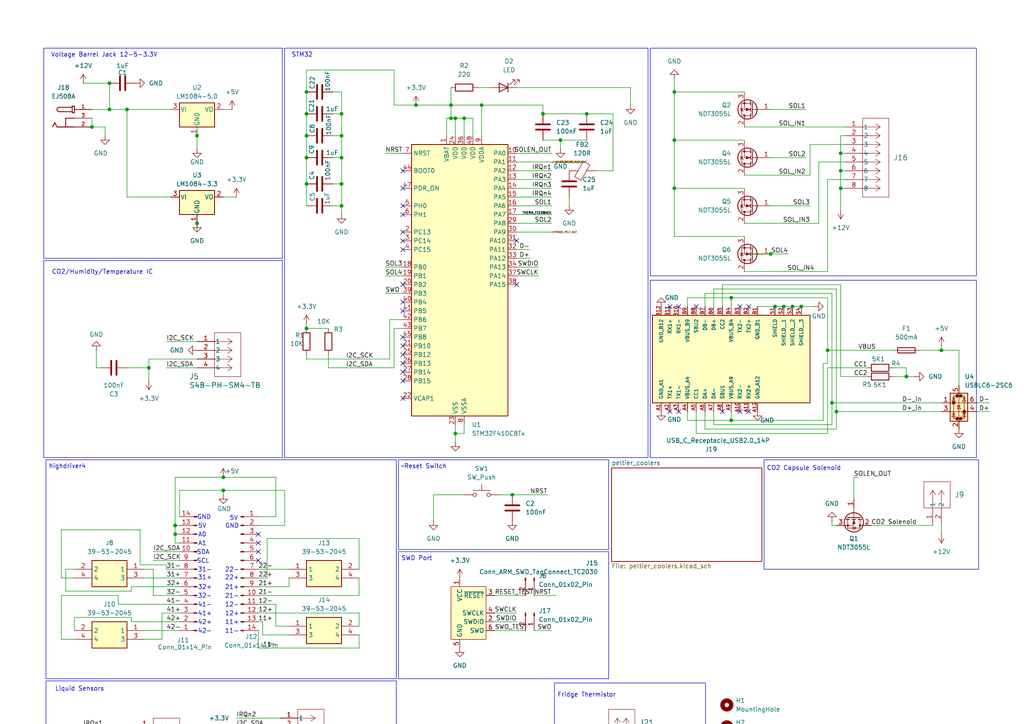
<source format=kicad_sch>
(kicad_sch (version 20231120) (generator "eeschema") (generator_version "8.0")
  (paper "A4")
  (junction (at 130.81 30.48))
  (junction (at 81.28 223.52))
  (junction (at 241.3 116.84))
  (junction (at 57.15 64.77))
  (junction (at 99.06 59.69))
  (junction (at 88.9 95.25))
  (junction (at 99.06 33.02))
  (junction (at 212.09 121.92))
  (junction (at 229.87 88.9))
  (junction (at 50.8 154.94))
  (junction (at 170.18 33.02))
  (junction (at 232.41 88.9))
  (junction (at 88.9 33.02))
  (junction (at 242.57 119.38))
  (junction (at 157.48 33.02))
  (junction (at 134.62 34.29))
  (junction (at 240.03 101.6))
  (junction (at 88.9 45.72))
  (junction (at 243.84 44.45))
  (junction (at 99.06 39.37))
  (junction (at 148.59 143.51))
  (junction (at 57.15 39.37))
  (junction (at 132.08 34.29))
  (junction (at 39.37 226.06))
  (junction (at 88.9 53.34))
  (junction (at 43.18 106.68))
  (junction (at 195.58 54.61))
  (junction (at 224.79 88.9))
  (junction (at 212.09 86.36))
  (junction (at 88.9 26.67))
  (junction (at 195.58 26.67))
  (junction (at 227.33 88.9))
  (junction (at 50.8 152.4))
  (junction (at 88.9 39.37))
  (junction (at 31.75 24.13))
  (junction (at 132.08 125.73))
  (junction (at 181.61 218.44))
  (junction (at 262.89 109.22))
  (junction (at 39.37 260.35))
  (junction (at 162.56 40.64))
  (junction (at 31.75 31.75))
  (junction (at 273.05 101.6))
  (junction (at 82.55 259.08))
  (junction (at 36.83 31.75))
  (junction (at 130.81 34.29))
  (junction (at 243.84 49.53))
  (junction (at 243.84 54.61))
  (junction (at 99.06 45.72))
  (junction (at 64.77 138.43))
  (junction (at 120.65 30.48))
  (junction (at 223.52 73.66))
  (junction (at 139.7 30.48))
  (junction (at 99.06 53.34))
  (junction (at 195.58 40.64))
  (junction (at 64.77 142.24))
  (junction (at 26.67 36.83))
  (no_connect (at 116.84 67.31))
  (no_connect (at 116.84 82.55))
  (no_connect (at 116.84 59.69))
  (no_connect (at 217.17 88.9))
  (no_connect (at 74.93 162.56))
  (no_connect (at 116.84 110.49))
  (no_connect (at 74.93 157.48))
  (no_connect (at 217.17 119.38))
  (no_connect (at 149.86 82.55))
  (no_connect (at 74.93 154.94))
  (no_connect (at 116.84 87.63))
  (no_connect (at 116.84 105.41))
  (no_connect (at 116.84 72.39))
  (no_connect (at 116.84 62.23))
  (no_connect (at 116.84 69.85))
  (no_connect (at 196.85 119.38))
  (no_connect (at 39.37 223.52))
  (no_connect (at 116.84 54.61))
  (no_connect (at 209.55 119.38))
  (no_connect (at 116.84 107.95))
  (no_connect (at 116.84 49.53))
  (no_connect (at 194.31 88.9))
  (no_connect (at 116.84 115.57))
  (no_connect (at 81.28 220.98))
  (no_connect (at 196.85 88.9))
  (no_connect (at 116.84 100.33))
  (no_connect (at 194.31 119.38))
  (no_connect (at 116.84 90.17))
  (no_connect (at 214.63 119.38))
  (no_connect (at 149.86 69.85))
  (no_connect (at 82.55 256.54))
  (no_connect (at 116.84 102.87))
  (no_connect (at 116.84 97.79))
  (no_connect (at 214.63 88.9))
  (no_connect (at 39.37 257.81))
  (no_connect (at 74.93 160.02))
  (no_connect (at 201.93 88.9))
  (wire (pts (xy 80.01 181.61) (xy 83.82 181.61)))
  (wire (pts (xy 130.81 34.29) (xy 132.08 34.29)))
  (wire (pts (xy 134.62 34.29) (xy 137.16 34.29)))
  (wire (pts (xy 204.47 119.38) (xy 204.47 124.46)))
  (wire (pts (xy 238.76 121.92) (xy 238.76 105.41)))
  (wire (pts (xy 157.48 33.02) (xy 170.18 33.02)))
  (wire (pts (xy 36.83 57.15) (xy 49.53 57.15)))
  (wire (pts (xy 21.59 179.07) (xy 21.59 182.88)))
  (wire (pts (xy 160.02 64.77) (xy 149.86 64.77)))
  (wire (pts (xy 217.17 73.66) (xy 223.52 73.66)))
  (wire (pts (xy 270.51 152.4) (xy 252.73 152.4)))
  (wire (pts (xy 50.8 138.43) (xy 64.77 138.43)))
  (wire (pts (xy 212.09 86.36) (xy 212.09 88.9)))
  (wire (pts (xy 243.84 54.61) (xy 243.84 49.53)))
  (wire (pts (xy 156.21 80.01) (xy 149.86 80.01)))
  (wire (pts (xy 26.67 247.65) (xy 39.37 247.65)))
  (wire (pts (xy 242.57 124.46) (xy 242.57 119.38)))
  (wire (pts (xy 241.3 123.19) (xy 241.3 116.84)))
  (wire (pts (xy 160.02 52.07) (xy 149.86 52.07)))
  (wire (pts (xy 149.86 49.53) (xy 160.02 49.53)))
  (wire (pts (xy 69.85 215.9) (xy 69.85 222.25)))
  (wire (pts (xy 34.29 175.26) (xy 34.29 172.72)))
  (wire (pts (xy 34.29 175.26) (xy 52.07 175.26)))
  (wire (pts (xy 99.06 39.37) (xy 99.06 33.02)))
  (wire (pts (xy 262.89 106.68) (xy 259.08 106.68)))
  (wire (pts (xy 132.08 128.27) (xy 132.08 125.73)))
  (wire (pts (xy 76.2 184.15) (xy 83.82 184.15)))
  (wire (pts (xy 26.67 36.83) (xy 30.48 36.83)))
  (wire (pts (xy 39.37 255.27) (xy 30.48 255.27)))
  (wire (pts (xy 120.65 30.48) (xy 130.81 30.48)))
  (wire (pts (xy 283.21 119.38) (xy 287.02 119.38)))
  (wire (pts (xy 96.52 45.72) (xy 99.06 45.72)))
  (wire (pts (xy 243.84 49.53) (xy 243.84 44.45)))
  (wire (pts (xy 38.1 180.34) (xy 52.07 180.34)))
  (wire (pts (xy 137.16 34.29) (xy 137.16 39.37)))
  (wire (pts (xy 259.08 109.22) (xy 262.89 109.22)))
  (wire (pts (xy 43.18 106.68) (xy 43.18 104.14)))
  (wire (pts (xy 17.78 172.72) (xy 17.78 185.42)))
  (wire (pts (xy 44.45 160.02) (xy 52.07 160.02)))
  (wire (pts (xy 38.1 180.34) (xy 38.1 179.07)))
  (wire (pts (xy 182.88 25.4) (xy 149.86 25.4)))
  (wire (pts (xy 31.75 24.13) (xy 31.75 31.75)))
  (wire (pts (xy 170.18 33.02) (xy 177.8 33.02)))
  (wire (pts (xy 195.58 54.61) (xy 215.9 54.61)))
  (wire (pts (xy 74.93 149.86) (xy 80.01 149.86)))
  (wire (pts (xy 111.76 85.09) (xy 116.84 85.09)))
  (wire (pts (xy 204.47 124.46) (xy 242.57 124.46)))
  (wire (pts (xy 52.07 170.18) (xy 38.1 170.18)))
  (wire (pts (xy 243.84 109.22) (xy 251.46 109.22)))
  (wire (pts (xy 88.9 104.14) (xy 88.9 102.87)))
  (wire (pts (xy 82.55 152.4) (xy 82.55 142.24)))
  (wire (pts (xy 242.57 119.38) (xy 273.05 119.38)))
  (wire (pts (xy 50.8 138.43) (xy 50.8 152.4)))
  (wire (pts (xy 36.83 31.75) (xy 49.53 31.75)))
  (wire (pts (xy 165.1 59.69) (xy 165.1 57.15)))
  (wire (pts (xy 17.78 185.42) (xy 21.59 185.42)))
  (wire (pts (xy 278.13 101.6) (xy 278.13 111.76)))
  (wire (pts (xy 139.7 30.48) (xy 157.48 30.48)))
  (wire (pts (xy 229.87 88.9) (xy 227.33 88.9)))
  (wire (pts (xy 27.94 220.98) (xy 39.37 220.98)))
  (wire (pts (xy 207.01 88.9) (xy 207.01 83.82)))
  (wire (pts (xy 24.13 210.82) (xy 39.37 210.82)))
  (wire (pts (xy 43.18 106.68) (xy 36.83 106.68)))
  (wire (pts (xy 26.67 34.29) (xy 26.67 36.83)))
  (wire (pts (xy 199.39 86.36) (xy 212.09 86.36)))
  (wire (pts (xy 130.81 30.48) (xy 139.7 30.48)))
  (wire (pts (xy 195.58 40.64) (xy 215.9 40.64)))
  (wire (pts (xy 104.14 156.21) (xy 104.14 165.1)))
  (wire (pts (xy 243.84 82.55) (xy 243.84 109.22)))
  (wire (pts (xy 67.31 31.75) (xy 64.77 31.75)))
  (wire (pts (xy 99.06 59.69) (xy 99.06 62.23)))
  (wire (pts (xy 240.03 105.41) (xy 240.03 101.6)))
  (wire (pts (xy 69.85 215.9) (xy 81.28 215.9)))
  (wire (pts (xy 80.01 175.26) (xy 80.01 181.61)))
  (wire (pts (xy 99.06 53.34) (xy 96.52 53.34)))
  (wire (pts (xy 40.64 153.67) (xy 17.78 153.67)))
  (wire (pts (xy 82.55 254) (xy 73.66 254)))
  (wire (pts (xy 149.86 180.34) (xy 143.51 180.34)))
  (wire (pts (xy 111.76 80.01) (xy 116.84 80.01)))
  (wire (pts (xy 69.85 246.38) (xy 82.55 246.38)))
  (wire (pts (xy 99.06 45.72) (xy 99.06 39.37)))
  (wire (pts (xy 160.02 62.23) (xy 149.86 62.23)))
  (wire (pts (xy 149.86 67.31) (xy 160.02 67.31)))
  (wire (pts (xy 99.06 26.67) (xy 96.52 26.67)))
  (wire (pts (xy 68.58 208.28) (xy 81.28 208.28)))
  (wire (pts (xy 25.4 218.44) (xy 39.37 218.44)))
  (wire (pts (xy 71.12 251.46) (xy 82.55 251.46)))
  (wire (pts (xy 64.77 143.51) (xy 64.77 142.24)))
  (wire (pts (xy 44.45 172.72) (xy 44.45 165.1)))
  (wire (pts (xy 83.82 170.18) (xy 83.82 167.64)))
  (wire (pts (xy 241.3 151.13) (xy 241.3 152.4)))
  (wire (pts (xy 88.9 45.72) (xy 88.9 53.34)))
  (wire (pts (xy 39.37 226.06) (xy 39.37 228.6)))
  (wire (pts (xy 25.4 218.44) (xy 25.4 224.79)))
  (wire (pts (xy 232.41 88.9) (xy 229.87 88.9)))
  (wire (pts (xy 240.03 101.6) (xy 259.08 101.6)))
  (wire (pts (xy 247.65 138.43) (xy 247.65 144.78)))
  (wire (pts (xy 26.67 245.11) (xy 39.37 245.11)))
  (wire (pts (xy 201.93 125.73) (xy 240.03 125.73)))
  (wire (pts (xy 132.08 125.73) (xy 134.62 125.73)))
  (wire (pts (xy 237.49 46.99) (xy 245.11 46.99)))
  (wire (pts (xy 68.58 210.82) (xy 81.28 210.82)))
  (wire (pts (xy 160.02 44.45) (xy 149.86 44.45)))
  (wire (pts (xy 201.93 119.38) (xy 201.93 125.73)))
  (wire (pts (xy 149.86 177.8) (xy 143.51 177.8)))
  (wire (pts (xy 88.9 95.25) (xy 95.25 95.25)))
  (wire (pts (xy 50.8 152.4) (xy 50.8 154.94)))
  (wire (pts (xy 81.28 218.44) (xy 72.39 218.44)))
  (wire (pts (xy 207.01 119.38) (xy 207.01 123.19)))
  (wire (pts (xy 248.92 138.43) (xy 247.65 138.43)))
  (wire (pts (xy 212.09 119.38) (xy 212.09 121.92)))
  (wire (pts (xy 41.91 165.1) (xy 44.45 165.1)))
  (wire (pts (xy 24.13 24.13) (xy 31.75 24.13)))
  (wire (pts (xy 19.05 165.1) (xy 19.05 171.45)))
  (wire (pts (xy 209.55 88.9) (xy 209.55 82.55)))
  (wire (pts (xy 212.09 86.36) (xy 240.03 86.36)))
  (wire (pts (xy 240.03 86.36) (xy 240.03 101.6)))
  (wire (pts (xy 204.47 85.09) (xy 241.3 85.09)))
  (wire (pts (xy 199.39 88.9) (xy 199.39 86.36)))
  (wire (pts (xy 34.29 172.72) (xy 17.78 172.72)))
  (wire (pts (xy 99.06 59.69) (xy 99.06 53.34)))
  (wire (pts (xy 74.93 187.96) (xy 74.93 182.88)))
  (wire (pts (xy 160.02 182.88) (xy 154.94 182.88)))
  (wire (pts (xy 88.9 59.69) (xy 88.9 53.34)))
  (wire (pts (xy 113.03 92.71) (xy 116.84 92.71)))
  (wire (pts (xy 233.68 45.72) (xy 223.52 45.72)))
  (wire (pts (xy 153.67 74.93) (xy 149.86 74.93)))
  (wire (pts (xy 148.59 143.51) (xy 144.78 143.51)))
  (wire (pts (xy 31.75 31.75) (xy 36.83 31.75)))
  (wire (pts (xy 132.08 123.19) (xy 132.08 125.73)))
  (wire (pts (xy 204.47 88.9) (xy 204.47 85.09)))
  (wire (pts (xy 139.7 30.48) (xy 139.7 39.37)))
  (wire (pts (xy 162.56 43.18) (xy 162.56 40.64)))
  (wire (pts (xy 234.95 41.91) (xy 245.11 41.91)))
  (wire (pts (xy 27.94 101.6) (xy 27.94 106.68)))
  (wire (pts (xy 181.61 218.44) (xy 181.61 224.79)))
  (wire (pts (xy 64.77 138.43) (xy 80.01 138.43)))
  (wire (pts (xy 240.03 106.68) (xy 251.46 106.68)))
  (wire (pts (xy 52.07 165.1) (xy 48.26 165.1)))
  (wire (pts (xy 27.94 252.73) (xy 27.94 259.08)))
  (wire (pts (xy 38.1 171.45) (xy 19.05 171.45)))
  (wire (pts (xy 243.84 60.96) (xy 243.84 54.61)))
  (wire (pts (xy 195.58 26.67) (xy 195.58 40.64)))
  (wire (pts (xy 52.07 142.24) (xy 64.77 142.24)))
  (wire (pts (xy 143.51 182.88) (xy 152.4 182.88)))
  (wire (pts (xy 223.52 73.66) (xy 228.6 73.66)))
  (wire (pts (xy 64.77 248.92) (xy 82.55 248.92)))
  (wire (pts (xy 234.95 50.8) (xy 234.95 41.91)))
  (wire (pts (xy 74.93 175.26) (xy 80.01 175.26)))
  (wire (pts (xy 57.15 39.37) (xy 57.15 43.18)))
  (wire (pts (xy 52.07 154.94) (xy 50.8 154.94)))
  (wire (pts (xy 104.14 177.8) (xy 104.14 181.61)))
  (wire (pts (xy 134.62 34.29) (xy 134.62 39.37)))
  (wire (pts (xy 88.9 33.02) (xy 88.9 39.37)))
  (wire (pts (xy 153.67 72.39) (xy 149.86 72.39)))
  (wire (pts (xy 71.12 251.46) (xy 71.12 257.81)))
  (wire (pts (xy 27.94 106.68) (xy 29.21 106.68)))
  (wire (pts (xy 143.51 172.72) (xy 152.4 172.72)))
  (wire (pts (xy 104.14 167.64) (xy 104.14 172.72)))
  (wire (pts (xy 88.9 20.32) (xy 114.3 20.32)))
  (wire (pts (xy 77.47 167.64) (xy 77.47 156.21)))
  (wire (pts (xy 243.84 44.45) (xy 243.84 39.37)))
  (wire (pts (xy 132.08 34.29) (xy 134.62 34.29)))
  (wire (pts (xy 287.02 116.84) (xy 283.21 116.84)))
  (wire (pts (xy 99.06 33.02) (xy 99.06 26.67)))
  (wire (pts (xy 74.93 167.64) (xy 77.47 167.64)))
  (wire (pts (xy 199.39 119.38) (xy 199.39 121.92)))
  (wire (pts (xy 241.3 116.84) (xy 273.05 116.84)))
  (wire (pts (xy 227.33 88.9) (xy 224.79 88.9)))
  (wire (pts (xy 265.43 109.22) (xy 262.89 109.22)))
  (wire (pts (xy 158.75 143.51) (xy 148.59 143.51)))
  (wire (pts (xy 50.8 154.94) (xy 50.8 157.48)))
  (wire (pts (xy 19.05 165.1) (xy 21.59 165.1)))
  (wire (pts (xy 240.03 52.07) (xy 245.11 52.07)))
  (wire (pts (xy 52.07 177.8) (xy 46.99 177.8)))
  (wire (pts (xy 46.99 177.8) (xy 46.99 185.42)))
  (wire (pts (xy 74.93 152.4) (xy 82.55 152.4)))
  (wire (pts (xy 99.06 33.02) (xy 96.52 33.02)))
  (wire (pts (xy 236.22 88.9) (xy 232.41 88.9)))
  (wire (pts (xy 76.2 180.34) (xy 74.93 180.34)))
  (wire (pts (xy 114.3 20.32) (xy 114.3 30.48)))
  (wire (pts (xy 157.48 30.48) (xy 157.48 33.02)))
  (wire (pts (xy 209.55 82.55) (xy 243.84 82.55)))
  (wire (pts (xy 207.01 83.82) (xy 242.57 83.82)))
  (wire (pts (xy 240.03 78.74) (xy 240.03 52.07)))
  (wire (pts (xy 64.77 142.24) (xy 82.55 142.24)))
  (wire (pts (xy 237.49 64.77) (xy 237.49 46.99)))
  (wire (pts (xy 95.25 106.68) (xy 114.3 106.68)))
  (wire (pts (xy 76.2 184.15) (xy 76.2 180.34)))
  (wire (pts (xy 160.02 46.99) (xy 149.86 46.99)))
  (wire (pts (xy 52.07 149.86) (xy 52.07 142.24)))
  (wire (pts (xy 17.78 153.67) (xy 17.78 167.64)))
  (wire (pts (xy 77.47 156.21) (xy 104.14 156.21)))
  (wire (pts (xy 74.93 172.72) (xy 104.14 172.72)))
  (wire (pts (xy 40.64 163.83) (xy 40.64 153.67)))
  (wire (pts (xy 36.83 226.06) (xy 39.37 226.06)))
  (wire (pts (xy 134.62 123.19) (xy 134.62 125.73)))
  (wire (pts (xy 195.58 22.86) (xy 195.58 26.67)))
  (wire (pts (xy 223.52 59.69) (xy 234.95 59.69)))
  (wire (pts (xy 80.01 138.43) (xy 80.01 149.86)))
  (wire (pts (xy 132.08 34.29) (xy 132.08 39.37)))
  (wire (pts (xy 41.91 182.88) (xy 52.07 182.88)))
  (wire (pts (xy 104.14 184.15) (xy 104.14 187.96)))
  (wire (pts (xy 24.13 213.36) (xy 39.37 213.36)))
  (wire (pts (xy 27.94 252.73) (xy 39.37 252.73)))
  (wire (pts (xy 88.9 39.37) (xy 88.9 45.72)))
  (wire (pts (xy 26.67 31.75) (xy 31.75 31.75)))
  (wire (pts (xy 82.55 259.08) (xy 82.55 261.62)))
  (wire (pts (xy 138.43 25.4) (xy 142.24 25.4)))
  (wire (pts (xy 187.96 218.44) (xy 181.61 218.44)))
  (wire (pts (xy 111.76 77.47) (xy 116.84 77.47)))
  (wire (pts (xy 41.91 167.64) (xy 52.07 167.64)))
  (wire (pts (xy 160.02 57.15) (xy 149.86 57.15)))
  (wire (pts (xy 177.8 33.02) (xy 177.8 49.53)))
  (wire (pts (xy 88.9 104.14) (xy 113.03 104.14)))
  (wire (pts (xy 262.89 109.22) (xy 262.89 106.68)))
  (wire (pts (xy 64.77 57.15) (xy 68.58 57.15)))
  (wire (pts (xy 129.54 34.29) (xy 130.81 34.29)))
  (wire (pts (xy 38.1 170.18) (xy 38.1 171.45)))
  (wire (pts (xy 88.9 26.67) (xy 88.9 20.32)))
  (wire (pts (xy 113.03 104.14) (xy 113.03 92.71)))
  (wire (pts (xy 177.8 49.53) (xy 172.72 49.53)))
  (wire (pts (xy 48.26 163.83) (xy 40.64 163.83)))
  (wire (pts (xy 215.9 64.77) (xy 237.49 64.77)))
  (wire (pts (xy 36.83 31.75) (xy 36.83 57.15)))
  (wire (pts (xy 130.81 30.48) (xy 130.81 34.29)))
  (wire (pts (xy 52.07 152.4) (xy 50.8 152.4)))
  (wire (pts (xy 21.59 179.07) (xy 38.1 179.07)))
  (wire (pts (xy 74.93 170.18) (xy 83.82 170.18)))
  (wire (pts (xy 241.3 85.09) (xy 241.3 116.84)))
  (wire (pts (xy 130.81 25.4) (xy 130.81 30.48)))
  (wire (pts (xy 182.88 30.48) (xy 182.88 25.4)))
  (wire (pts (xy 81.28 223.52) (xy 81.28 226.06)))
  (wire (pts (xy 212.09 121.92) (xy 238.76 121.92)))
  (wire (pts (xy 88.9 93.98) (xy 88.9 95.25)))
  (wire (pts (xy 48.26 99.06) (xy 57.15 99.06)))
  (wire (pts (xy 224.79 88.9) (xy 219.71 88.9)))
  (wire (pts (xy 156.21 77.47) (xy 149.86 77.47)))
  (wire (pts (xy 241.3 152.4) (xy 242.57 152.4)))
  (wire (pts (xy 278.13 101.6) (xy 273.05 101.6)))
  (wire (pts (xy 195.58 54.61) (xy 195.58 68.58)))
  (wire (pts (xy 160.02 59.69) (xy 149.86 59.69)))
  (wire (pts (xy 114.3 106.68) (xy 114.3 95.25)))
  (wire (pts (xy 74.93 177.8) (xy 104.14 177.8)))
  (wire (pts (xy 207.01 123.19) (xy 241.3 123.19)))
  (wire (pts (xy 125.73 151.13) (xy 125.73 143.51)))
  (wire (pts (xy 43.18 110.49) (xy 43.18 106.68)))
  (wire (pts (xy 157.48 40.64) (xy 162.56 40.64)))
  (wire (pts (xy 48.26 165.1) (xy 48.26 163.83)))
  (wire (pts (xy 199.39 121.92) (xy 212.09 121.92)))
  (wire (pts (xy 243.84 54.61) (xy 245.11 54.61)))
  (wire (pts (xy 242.57 83.82) (xy 242.57 119.38)))
  (wire (pts (xy 99.06 45.72) (xy 99.06 53.34)))
  (wire (pts (xy 96.52 39.37) (xy 99.06 39.37)))
  (wire (pts (xy 240.03 125.73) (xy 240.03 106.68)))
  (wire (pts (xy 114.3 95.25) (xy 116.84 95.25)))
  (wire (pts (xy 57.15 104.14) (xy 43.18 104.14)))
  (wire (pts (xy 74.93 165.1) (xy 83.82 165.1)))
  (wire (pts (xy 243.84 39.37) (xy 245.11 39.37)))
  (wire (pts (xy 160.02 54.61) (xy 149.86 54.61)))
  (wire (pts (xy 114.3 30.48) (xy 120.65 30.48)))
  (wire (pts (xy 111.76 44.45) (xy 116.84 44.45)))
  (wire (pts (xy 243.84 49.53) (xy 245.11 49.53)))
  (wire (pts (xy 88.9 26.67) (xy 88.9 33.02)))
  (wire (pts (xy 96.52 59.69) (xy 99.06 59.69)))
  (wire (pts (xy 30.48 36.83) (xy 30.48 39.37)))
  (wire (pts (xy 39.37 260.35) (xy 39.37 262.89)))
  (wire (pts (xy 48.26 106.68) (xy 57.15 106.68)))
  (wire (pts (xy 243.84 44.45) (xy 245.11 44.45)))
  (wire (pts (xy 195.58 68.58) (xy 215.9 68.58)))
  (wire (pts (xy 215.9 50.8) (xy 234.95 50.8)))
  (wire (pts (xy 46.99 185.42) (xy 41.91 185.42)))
  (wire (pts (xy 168.91 218.44) (xy 179.07 218.44)))
  (wire (pts (xy 21.59 250.19) (xy 39.37 250.19)))
  (wire (pts (xy 129.54 34.29) (xy 129.54 39.37)))
  (wire (pts (xy 57.15 67.31) (xy 57.15 64.77)))
  (wire (pts (xy 154.94 172.72) (xy 161.29 172.72)))
  (wire (pts (xy 52.07 157.48) (xy 50.8 157.48)))
  (wire (pts (xy 273.05 152.4) (xy 273.05 154.94)))
  (wire (pts (xy 273.05 100.33) (xy 273.05 101.6)))
  (wire (pts (xy 57.15 38.1) (xy 57.15 39.37)))
  (wire (pts (xy 215.9 36.83) (xy 245.11 36.83)))
  (wire (pts (xy 233.68 31.75) (xy 223.52 31.75)))
  (wire (pts (xy 74.93 187.96) (xy 104.14 187.96)))
  (wire (pts (xy 125.73 143.51) (xy 134.62 143.51)))
  (wire (pts (xy 195.58 40.64) (xy 195.58 54.61)))
  (wire (pts (xy 195.58 26.67) (xy 215.9 26.67)))
  (wire (pts (xy 69.85 243.84) (xy 82.55 243.84)))
  (wire (pts (xy 19.05 215.9) (xy 39.37 215.9)))
  (wire (pts (xy 215.9 78.74) (xy 240.03 78.74)))
  (wire (pts (xy 17.78 167.64) (xy 21.59 167.64)))
  (wire (pts (xy 52.07 172.72) (xy 44.45 172.72)))
  (wire (pts (xy 63.5 213.36) (xy 81.28 213.36)))
  (wire (pts (xy 44.45 162.56) (xy 52.07 162.56)))
  (wire (pts (xy 266.7 101.6) (xy 273.05 101.6)))
  (wire (pts (xy 95.25 102.87) (xy 95.25 106.68)))
  (wire (pts (xy 238.76 105.41) (xy 240.03 105.41)))
  (wire (pts (xy 162.56 40.64) (xy 170.18 40.64)))
  (rectangle (start 160.8074 198.0946) (end 204.6224 229.8446))
  (rectangle (start 115.57 133.35) (end 176.53 159.385))
  (rectangle (start 12.7 75.565) (end 81.915 132.715))
  (rectangle (start 221.615 133.35) (end 283.845 165.1))
  (rectangle (start 82.55 13.97) (end 187.96 132.715))
  (rectangle (start 188.595 13.97) (end 283.21 80.01))
  (rectangle (start 12.7 13.97) (end 81.915 74.93))
  (rectangle (start 188.595 81.28) (end 283.21 132.715))
  (rectangle (start 13.335 133.35) (end 114.935 196.85))
  (rectangle (start 13.335 197.485) (end 114.935 268.605))
  (rectangle (start 115.57 160.02) (end 176.53 196.85))
  (text "Voltage Barrel Jack 12-5-3.3V" (at 30.226 16.002 0) (effects (font (size 1.27 1.27))))
  (text "21+" (at 67.31 170.434 0) (effects (font (size 1.27 1.27))))
  (text "CO2/Humidity/Temperature IC" (at 29.718 78.994 0) (effects (font (size 1.27 1.27))))
  (text "41+" (at 59.436 178.054 0) (effects (font (size 1.27 1.27))))
  (text "31-" (at 59.436 165.354 0) (effects (font (size 1.27 1.27))))
  (text "SDA" (at 58.928 160.274 0) (effects (font (size 1.27 1.27))))
  (text "STM32" (at 87.63 16.002 0) (effects (font (size 1.27 1.27))))
  (text "Fridge Thermistor" (at 170.18 201.6506 0) (effects (font (size 1.27 1.27))))
  (text "SWD Port" (at 120.904 162.052 0) (effects (font (size 1.27 1.27))))
  (text "5V\n" (at 67.818 150.368 0) (effects (font (size 1.27 1.27))))
  (text "41-" (at 59.436 175.514 0) (effects (font (size 1.27 1.27))))
  (text "GND\n" (at 67.31 152.654 0) (effects (font (size 1.27 1.27))))
  (text "32-" (at 59.436 172.974 0) (effects (font (size 1.27 1.27))))
  (text "SCL" (at 58.928 162.814 0) (effects (font (size 1.27 1.27))))
  (text "42-" (at 59.436 183.134 0) (effects (font (size 1.27 1.27))))
  (text "Liquid Sensors" (at 23.114 199.898 0) (effects (font (size 1.27 1.27))))
  (text "11-" (at 67.31 183.134 0) (effects (font (size 1.27 1.27))))
  (text "22+" (at 67.31 167.64 0) (effects (font (size 1.27 1.27))))
  (text "highdriver4" (at 19.558 135.382 0) (effects (font (size 1.27 1.27))))
  (text "12-" (at 67.31 175.514 0) (effects (font (size 1.27 1.27))))
  (text "21-" (at 67.31 172.974 0) (effects (font (size 1.27 1.27))))
  (text "~Reset Switch" (at 122.936 135.382 0) (effects (font (size 1.27 1.27))))
  (text "5V\n" (at 58.674 152.654 0) (effects (font (size 1.27 1.27))))
  (text "32+" (at 59.436 170.434 0) (effects (font (size 1.27 1.27))))
  (text "22-" (at 67.31 165.354 0) (effects (font (size 1.27 1.27))))
  (text "A0" (at 58.674 155.194 0) (effects (font (size 1.27 1.27))))
  (text "CO2 Capsule Solenoid" (at 233.172 135.89 0) (effects (font (size 1.27 1.27))))
  (text "A1" (at 58.674 157.734 0) (effects (font (size 1.27 1.27))))
  (text "11+" (at 67.31 180.594 0) (effects (font (size 1.27 1.27))))
  (text "42+" (at 59.436 180.594 0) (effects (font (size 1.27 1.27))))
  (text "GND\n" (at 59.182 150.114 0) (effects (font (size 1.27 1.27))))
  (text "31+" (at 59.436 167.64 0) (effects (font (size 1.27 1.27))))
  (text "12+" (at 67.31 178.054 0) (effects (font (size 1.27 1.27))))
  (label "IRQn3" (at 160.02 54.61 180))
  (label "I2C_SCK" (at 30.48 255.27 0))
  (label "I2C_SDA" (at 26.67 247.65 0))
  (label "RESET_TEST" (at 143.51 172.72 0))
  (label "IRQn1" (at 24.13 210.82 0))
  (label "I2C_SCK" (at 44.45 162.56 0))
  (label "I2C_SCK" (at 27.94 220.98 0))
  (label "11+" (at 74.93 180.34 0))
  (label "IRQn4" (at 160.02 57.15 180))
  (label "CO2 Solenoid" (at 252.73 152.4 0))
  (label "21-" (at 74.93 172.72 0))
  (label "11-" (at 76.2 187.96 0))
  (label "D+" (at 287.02 119.38 180))
  (label "I2C_SDA" (at 48.26 106.68 0))
  (label "I2C_SDA" (at 24.13 213.36 0))
  (label "CC1" (at 247.65 106.68 0))
  (label "41-" (at 48.26 175.26 0))
  (label "I2C_SDA" (at 69.85 246.38 0))
  (label "SWCLK" (at 156.21 80.01 180))
  (label "SOL1" (at 160.02 59.69 180))
  (label "THERM_FEEDBACK" (at 160.02 62.23 180) (effects (font (size 0.635 0.635))))
  (label "I2C_SCK" (at 100.33 104.14 0))
  (label "THERM_FEEDBACK" (at 181.61 224.79 0) (effects (font (size 0.508 0.508))))
  (label "NRST" (at 158.75 143.51 180))
  (label "31+" (at 48.26 167.64 0))
  (label "VBUS" (at 248.92 101.6 0))
  (label "32-" (at 48.26 172.72 0))
  (label "D+" (at 153.67 74.93 180))
  (label "SWDIO" (at 149.86 180.34 180))
  (label "42+" (at 48.26 180.34 0))
  (label "SWO" (at 111.76 85.09 0))
  (label "SOLEN_OUT" (at 247.65 138.43 0))
  (label "SOL4" (at 228.6 73.66 180))
  (label "D-" (at 287.02 116.84 180))
  (label "NRST" (at 111.76 44.45 0))
  (label "IRQn2" (at 160.02 52.07 180))
  (label "22-" (at 74.93 165.1 0))
  (label "SWDIO" (at 156.21 77.47 180))
  (label "I2C_SDA" (at 68.58 210.82 0))
  (label "D-" (at 153.67 72.39 180))
  (label "NRST" (at 154.94 172.72 0))
  (label "SOL_IN4" (at 236.22 78.74 180))
  (label "SOL2" (at 233.68 45.72 180))
  (label "I2C_SCK" (at 72.39 218.44 0))
  (label "IRQn2" (at 68.58 208.28 0))
  (label "12+" (at 74.93 177.8 0))
  (label "SOL1" (at 233.68 31.75 180))
  (label "SWO" (at 160.02 182.88 180))
  (label "41+" (at 48.26 177.8 0))
  (label "I2C_SCK" (at 73.66 254 0))
  (label "I2C_SCK" (at 48.26 99.06 0))
  (label "CC2" (at 247.65 109.22 0))
  (label "SOL4" (at 111.76 80.01 0))
  (label "SOL3" (at 111.76 77.47 0))
  (label "SWO_TEST" (at 143.51 182.88 0))
  (label "31-" (at 48.26 165.1 0))
  (label "SOLEN_OUT" (at 160.02 44.45 180))
  (label "SOL_IN2" (at 233.68 50.8 180))
  (label "SOL_IN1" (at 233.68 36.83 180))
  (label "42-" (at 48.26 182.88 0))
  (label "12-" (at 74.93 175.26 0))
  (label "22+" (at 74.93 167.64 0))
  (label "SOL3" (at 234.95 59.69 180))
  (label "IRQn1" (at 160.02 49.53 180))
  (label "D-_in" (at 261.62 116.84 0))
  (label "SOL2" (at 160.02 64.77 180))
  (label "32+" (at 48.26 170.18 0))
  (label "SOL_IN3" (at 234.95 64.77 180))
  (label "I2C_SDA" (at 100.33 106.68 0))
  (label "SWCLK" (at 149.86 177.8 180))
  (label "IRQn4" (at 69.85 243.84 0))
  (label "IRQn3" (at 26.67 245.11 0))
  (label "D+_in" (at 261.62 119.38 0))
  (label "I2C_SDA" (at 44.45 160.02 0))
  (label "21+" (at 74.93 170.18 0))
  (hierarchical_label "FRIDGE_PELT_OUT" (shape input) (at 160.02 67.31 0) (effects (font (size 0.508 0.508))))
  (hierarchical_label "INCUBATOR_PELT_OUT" (shape input) (at 161.29 46.99 0) (effects (font (size 0.508 0.508))))
  (hierarchical_label "INCUBATOR_PELT_OUT" (shape input) (at 160.02 46.99 0) (effects (font (size 0.508 0.508))))
  (symbol (lib_id "2024-08-13_01-50-37:IPL1-104-01-L-D-K") (at 245.11 36.83 0) (unit 1)
    (property "Reference" "J16" (at 259.08 45.7199 0) (effects (font (size 1.524 1.524)) (justify left)))
    (property "Value" "IPL1-104-01-L-D-K" (effects (hide yes)))
    (property "Footprint" "2x04_socket_IPL1-104-01-L-D-K.pretty:CONN_IPL1-104-01-x-D-x_SAI" (effects (hide yes)))
    (property "Datasheet" "IPL1-104-01-L-D-K" (effects (hide yes)))
  )
  (symbol (lib_id "power:GND") (at 133.35 187.96 0) (unit 1)
    (property "Reference" "#PWR019" (effects (hide yes)))
    (property "Value" "GND" (at 133.35 193.04 0))
    (property "Description" "Power symbol creates a global label with name \"GND\" , ground" (effects (hide yes)))
  )
  (symbol (lib_id "power:+3.3V") (at 21.59 250.19 0) (unit 1)
    (property "Reference" "#PWR01" (effects (hide yes)))
    (property "Value" "+3.3V" (at 21.59 245.11 0))
    (property "Description" "Power symbol creates a global label with name \"+3.3V\"" (effects (hide yes)))
  )
  (symbol (lib_id "power:GND") (at 81.28 223.52 270) (unit 1)
    (property "Reference" "#PWR047" (effects (hide yes)))
    (property "Value" "GND" (at 77.47 223.5199 90) (effects (justify right)))
    (property "Description" "Power symbol creates a global label with name \"GND\" , ground" (effects (hide yes)))
  )
  (symbol (lib_id "0532610671:532610671") (at 39.37 245.11 0) (unit 1)
    (property "Reference" "J1" (at 53.34 252.7299 0) (effects (font (size 1.524 1.524)) (justify left)))
    (property "Value" "532610671" (at 53.594 255.524 0) (effects (font (size 1.524 1.524)) (justify left)))
    (property "Footprint" "keyed_6_pin_horizontal_0532610671.pretty:CON_532610671" (effects (hide yes)))
    (property "Datasheet" "532610671" (effects (hide yes)))
  )
  (symbol (lib_id "power:GND") (at 71.12 257.81 0) (unit 1)
    (property "Reference" "#PWR04" (effects (hide yes)))
    (property "Value" "GND" (at 71.12 262.89 0))
    (property "Description" "Power symbol creates a global label with name \"GND\" , ground" (effects (hide yes)))
  )
  (symbol (lib_id "Device:C") (at 170.18 36.83 0) (unit 1)
    (property "Reference" "C24" (at 173.99 35.5599 0) (effects (justify left)))
    (property "Value" "1uF" (at 173.99 38.0999 0) (effects (justify left)))
    (property "Footprint" "Capacitor_SMD:C_0201_0603Metric" (effects (hide yes)))
    (property "Description" "Unpolarized capacitor" (effects (hide yes)))
  )
  (symbol (lib_id "power:GND") (at 162.56 43.18 0) (unit 1)
    (property "Reference" "#PWR042" (effects (hide yes)))
    (property "Value" "GND" (at 162.56 48.26 0))
    (property "Description" "Power symbol creates a global label with name \"GND\" , ground" (effects (hide yes)))
  )
  (symbol (lib_id "2024-08-13_01-47-46:IPL1-102-01-L-S-K") (at 270.51 152.4 90) (unit 1)
    (property "Reference" "J9" (at 276.86 143.5099 90) (effects (font (size 1.524 1.524)) (justify right)))
    (property "Value" "IPL1-102-01-L-S-K" (effects (hide yes)))
    (property "Footprint" "1x02_socket_IPL1-102-01-L-S-K.pretty:CONN_IPL1-102-01-L-S-K_SAI" (effects (hide yes)))
    (property "Datasheet" "IPL1-102-01-L-S-K" (effects (hide yes)))
  )
  (symbol (lib_id "power:GND") (at 219.71 119.38 0) (unit 1)
    (property "Reference" "#PWR034" (effects (hide yes)))
    (property "Value" "GND" (at 222.504 121.92 0))
    (property "Description" "Power symbol creates a global label with name \"GND\" , ground" (effects (hide yes)))
  )
  (symbol (lib_id "Connector:Conn_01x02_Pin") (at 154.94 177.8 270) (unit 1)
    (property "Reference" "J17" (at 156.21 177.1649 90) (effects (justify left)))
    (property "Value" "Conn_01x02_Pin" (at 156.21 179.7049 90) (effects (justify left)))
    (property "Footprint" "Connector_PinHeader_2.00mm:PinHeader_1x02_P2.00mm_Vertical" (effects (hide yes)))
    (property "Description" "Generic connector, single row, 01x02, script generated" (effects (hide yes)))
  )
  (symbol (lib_id "power:+12V") (at 24.13 24.13 0) (unit 1)
    (property "Reference" "#PWR028" (effects (hide yes)))
    (property "Value" "+12V" (at 24.13 19.05 0))
    (property "Description" "Power symbol creates a global label with name \"+12V\"" (effects (hide yes)))
  )
  (symbol (lib_id "power:GND") (at 195.58 22.86 180) (unit 1)
    (property "Reference" "#PWR029" (effects (hide yes)))
    (property "Value" "GND" (at 195.58 17.78 0))
    (property "Description" "Power symbol creates a global label with name \"GND\" , ground" (effects (hide yes)))
  )
  (symbol (lib_id "Device:R") (at 191.77 218.44 90) (unit 1)
    (property "Reference" "R6" (at 191.7954 221.1832 90))
    (property "Value" "10K" (at 191.7954 216.281 90))
    (property "Footprint" "Resistor_SMD:R_0603_1608Metric" (effects (hide yes)))
    (property "Description" "Resistor" (effects (hide yes)))
  )
  (symbol (lib_id "power:GND") (at 57.15 101.6 270) (unit 1)
    (property "Reference" "#PWR010" (effects (hide yes)))
    (property "Value" "GND" (at 53.34 101.5999 90) (effects (justify right)))
    (property "Description" "Power symbol creates a global label with name \"GND\" , ground" (effects (hide yes)))
  )
  (symbol (lib_id "power:GND") (at 182.88 30.48 0) (unit 1)
    (property "Reference" "#PWR041" (effects (hide yes)))
    (property "Value" "GND" (at 182.88 35.56 0))
    (property "Description" "Power symbol creates a global label with name \"GND\" , ground" (effects (hide yes)))
  )
  (symbol (lib_id "Transistor_FET:NDT3055L") (at 218.44 73.66 180) (unit 1)
    (property "Reference" "Q6" (at 212.09 72.3899 0) (effects (justify left)))
    (property "Value" "NDT3055L" (at 212.09 74.9299 0) (effects (justify left)))
    (property "Footprint" "Package_TO_SOT_SMD:SOT-223-3_TabPin2" (effects (hide yes)))
    (property "Datasheet" "https://www.onsemi.com/pdf/datasheet/ndt3055l-d.pdf" (effects (hide yes)))
    (property "Description" "4A Id, 60V Vds, N-Channel Logic Level Enhancement Mode MOSFET, SOT-223" (effects (hide yes)))
  )
  (symbol (lib_id "Device:Fuse") (at 262.89 101.6 90) (unit 1)
    (property "Reference" "F1" (at 262.89 95.25 90))
    (property "Value" "500mA" (at 262.89 97.79 90))
    (property "Footprint" "Fuse:Fuse_0603_1608Metric" (effects (hide yes)))
    (property "Description" "Fuse" (effects (hide yes)))
  )
  (symbol (lib_id "Power_Protection:USBLC6-2SC6") (at 278.13 116.84 0) (unit 1)
    (property "Reference" "U4" (at 279.7811 109.22 0) (effects (justify left)))
    (property "Value" "USBLC6-2SC6" (at 279.7811 111.76 0) (effects (justify left)))
    (property "Footprint" "Package_TO_SOT_SMD:SOT-23-6" (effects (hide yes)))
    (property "Datasheet" "https://www.st.com/resource/en/datasheet/usblc6-2.pdf" (effects (hide yes)))
    (property "Description" "Very low capacitance ESD protection diode, 2 data-line, SOT-23-6" (effects (hide yes)))
  )
  (symbol (lib_id "Device:C") (at 33.02 106.68 270) (unit 1)
    (property "Reference" "C3" (at 33.02 114.3 90))
    (property "Value" "100nF" (at 33.02 111.76 90))
    (property "Footprint" "Capacitor_SMD:C_0201_0603Metric" (effects (hide yes)))
    (property "Description" "Unpolarized capacitor" (effects (hide yes)))
  )
  (symbol (lib_id "EJ508A:EJ508A") (at 21.59 34.29 0) (unit 1)
    (property "Reference" "J18" (at 18.415 25.4 0))
    (property "Value" "EJ508A" (at 18.415 27.94 0))
    (property "Footprint" "Barrel_Jack_EJ508A.pretty:MPD_EJ508A" (effects (hide yes)))
    (property "PARTREV" "J" (effects (hide yes)))
    (property "STANDARD" "Manufacturer Recommendations" (effects (hide yes)))
    (property "MAXIMUM_PACKAGE_HEIGHT" "10.85 mm" (effects (hide yes)))
    (property "MANUFACTURER" "MPD" (effects (hide yes)))
  )
  (symbol (lib_id "power:GND") (at 278.13 124.46 0) (unit 1)
    (property "Reference" "#PWR039" (effects (hide yes)))
    (property "Value" "GND" (at 278.13 129.54 0))
    (property "Description" "Power symbol creates a global label with name \"GND\" , ground" (effects (hide yes)))
  )
  (symbol (lib_id "Switch:SW_Push") (at 139.7 143.51 0) (unit 1)
    (property "Reference" "SW1" (at 139.7 135.89 0))
    (property "Value" "SW_Push" (at 139.7 138.43 0))
    (property "Footprint" "Button_Switch_THT:SW_PUSH-12mm_Wuerth-430476085716" (effects (hide yes)))
    (property "Description" "Push button switch, generic, two pins" (effects (hide yes)))
  )
  (symbol (lib_id "power:+3.3V") (at 68.58 57.15 0) (unit 1)
    (property "Reference" "#PWR023" (effects (hide yes)))
    (property "Value" "+3.3V" (at 68.58 52.07 0))
    (property "Description" "Power symbol creates a global label with name \"+3.3V\"" (effects (hide yes)))
  )
  (symbol (lib_id "0532610671:532610671") (at 82.55 243.84 0) (unit 1)
    (property "Reference" "J2" (at 96.52 251.4599 0) (effects (font (size 1.524 1.524)) (justify left)))
    (property "Value" "532610671" (at 96.774 254.254 0) (effects (font (size 1.524 1.524)) (justify left)))
    (property "Footprint" "keyed_6_pin_horizontal_0532610671.pretty:CON_532610671" (effects (hide yes)))
    (property "Datasheet" "532610671" (effects (hide yes)))
  )
  (symbol (lib_id "MCU_ST_STM32F4:STM32F410CBTx") (at 132.08 82.55 0) (unit 1)
    (property "Reference" "U1" (at 136.8141 123.19 0) (effects (justify left)))
    (property "Value" "STM32F410CBTx" (at 136.8141 125.73 0) (effects (justify left)))
    (property "Footprint" "Package_QFP:LQFP-48_7x7mm_P0.5mm" (effects (hide yes)))
    (property "Datasheet" "https://www.st.com/resource/en/datasheet/stm32f410cb.pdf" (effects (hide yes)))
    (property "Description" "STMicroelectronics Arm Cortex-M4 MCU, 128KB flash, 32KB RAM, 100 MHz, 1.7-3.6V, 35 GPIO, LQFP48" (effects (hide yes)))
  )
  (symbol (lib_id "Device:FerriteBead") (at 168.91 49.53 90) (unit 1)
    (property "Reference" "FB2" (at 168.8592 41.91 90))
    (property "Value" "120R" (at 168.8592 44.45 90))
    (property "Footprint" "Inductor_SMD:L_0603_1608Metric" (effects (hide yes)))
    (property "Description" "Ferrite bead" (effects (hide yes)))
  )
  (symbol (lib_id "Device:C") (at 92.71 26.67 90) (unit 1)
    (property "Reference" "C22" (at 90.5764 25.9334 0) (effects (justify left)))
    (property "Value" "100nF" (at 95.0214 26.543 0) (effects (justify left)))
    (property "Footprint" "Capacitor_SMD:C_0201_0603Metric" (effects (hide yes)))
    (property "Description" "Unpolarized capacitor" (effects (hide yes)))
  )
  (symbol (lib_id "power:GND") (at 82.55 259.08 270) (unit 1)
    (property "Reference" "#PWR045" (effects (hide yes)))
    (property "Value" "GND" (at 78.74 259.0799 90) (effects (justify right)))
    (property "Description" "Power symbol creates a global label with name \"GND\" , ground" (effects (hide yes)))
  )
  (symbol (lib_id "Device:C") (at 92.71 39.37 90) (unit 1)
    (property "Reference" "C8" (at 90.5764 38.6334 0) (effects (justify left)))
    (property "Value" "100nF" (at 95.3516 39.2176 0) (effects (justify left)))
    (property "Footprint" "Capacitor_SMD:C_0201_0603Metric" (effects (hide yes)))
    (property "Description" "Unpolarized capacitor" (effects (hide yes)))
  )
  (symbol (lib_id "power:GND") (at 69.85 222.25 0) (unit 1)
    (property "Reference" "#PWR08" (effects (hide yes)))
    (property "Value" "GND" (at 69.85 227.33 0))
    (property "Description" "Power symbol creates a global label with name \"GND\" , ground" (effects (hide yes)))
  )
  (symbol (lib_id "Device:R") (at 255.27 106.68 90) (unit 1)
    (property "Reference" "R4" (at 259.842 105.41 90))
    (property "Value" "5K1" (at 254.762 104.14 90))
    (property "Footprint" "Resistor_SMD:R_0603_1608Metric" (effects (hide yes)))
    (property "Description" "Resistor" (effects (hide yes)))
  )
  (symbol (lib_id "Connector:Conn_ARM_SWD_TagConnect_TC2030") (at 135.89 177.8 0) (unit 1) (in_bom no)
    (property "Reference" "J15" (at 173.482 163.322 0) (effects (justify right)))
    (property "Value" "Conn_ARM_SWD_TagConnect_TC2030" (at 173.482 165.862 0) (effects (justify right)))
    (property "Footprint" "Connector:Tag-Connect_TC2030-IDC-FP_2x03_P1.27mm_Vertical" (effects (hide yes)))
    (property "Datasheet" "https://www.tag-connect.com/wp-content/uploads/bsk-pdf-manager/TC2030-CTX_1.pdf" (effects (hide yes)))
    (property "Description" "Tag-Connect ARM Cortex SWD JTAG connector, 6 pin" (effects (hide yes)))
  )
  (symbol (lib_id "12401610E4_2A:12401610E4_2A") (at 207.01 104.14 90) (unit 1)
    (property "Reference" "J19" (at 206.248 130.302 90))
    (property "Value" "USB_C_Receptacle_USB2.0_14P" (at 208.28 127.762 90))
    (property "Footprint" "12401610E4_2A.pretty:AMPHENOL_12401610E4_2A" (effects (hide yes)))
    (property "Datasheet" "https://www.usb.org/sites/default/files/documents/usb_type-c.zip" (effects (hide yes)))
    (property "Description" "USB 2.0-only 14P Type-C Receptacle connector" (effects (hide yes)))
    (property "PARTREV" "C" (effects (hide yes)))
    (property "SNAPEDA_PN" "12401610E4#2A" (effects (hide yes)))
    (property "STANDARD" "Manufacturer Recommendations" (effects (hide yes)))
    (property "MAXIMUM_PACKAGE_HEIGHT" "3.43 mm" (effects (hide yes)))
    (property "MANUFACTURER" "Amphenol" (effects (hide yes)))
  )
  (symbol (lib_id "Device:C") (at 92.71 59.69 90) (unit 1)
    (property "Reference" "C5" (at 90.6018 58.42 0) (effects (justify left)))
    (property "Value" "1uF" (at 94.9198 59.3598 0) (effects (justify left)))
    (property "Footprint" "Capacitor_SMD:C_0201_0603Metric" (effects (hide yes)))
    (property "Description" "Unpolarized capacitor" (effects (hide yes)))
  )
  (symbol (lib_id "Device:C") (at 35.56 24.13 90) (unit 1)
    (property "Reference" "C1" (at 35.56 21.082 90))
    (property "Value" "1uF" (at 35.56 19.05 90))
    (property "Footprint" "Capacitor_SMD:C_1812_4532Metric" (effects (hide yes)))
    (property "Description" "Unpolarized capacitor" (effects (hide yes)))
  )
  (symbol (lib_id "Connector:Conn_01x02_Pin") (at 154.94 167.64 270) (unit 1)
    (property "Reference" "J6" (at 156.21 167.0049 90) (effects (justify left)))
    (property "Value" "Conn_01x02_Pin" (at 156.21 169.5449 90) (effects (justify left)))
    (property "Footprint" "Connector_PinHeader_2.00mm:PinHeader_1x02_P2.00mm_Vertical" (effects (hide yes)))
    (property "Description" "Generic connector, single row, 01x02, script generated" (effects (hide yes)))
  )
  (symbol (lib_id "2024-08-13_01-47-46:IPL1-102-01-L-S-K") (at 179.07 218.44 90) (unit 1)
    (property "Reference" "J21" (at 185.42 209.5499 90) (effects (font (size 1.524 1.524)) (justify right)))
    (property "Value" "IPL1-102-01-L-S-K" (effects (hide yes)))
    (property "Footprint" "1x02_socket_IPL1-102-01-L-S-K.pretty:CONN_IPL1-102-01-L-S-K_SAI" (effects (hide yes)))
    (property "Datasheet" "IPL1-102-01-L-S-K" (effects (hide yes)))
  )
  (symbol (lib_id "power:GND") (at 265.43 109.22 90) (unit 1)
    (property "Reference" "#PWR013" (effects (hide yes)))
    (property "Value" "GND" (at 269.24 109.2199 90) (effects (justify right)))
    (property "Description" "Power symbol creates a global label with name \"GND\" , ground" (effects (hide yes)))
  )
  (symbol (lib_id "power:GND") (at 25.4 224.79 0) (unit 1)
    (property "Reference" "#PWR06" (effects (hide yes)))
    (property "Value" "GND" (at 25.4 229.87 0))
    (property "Description" "Power symbol creates a global label with name \"GND\" , ground" (effects (hide yes)))
  )
  (symbol (lib_id "39-53-2045:39-53-2045") (at 104.14 165.1 0) (mirror y) (unit 1)
    (property "Reference" "J13" (at 93.98 157.48 0))
    (property "Value" "39-53-2045" (at 93.98 160.02 0))
    (property "Footprint" "upright_4_pin_socket_39-53-2045.pretty:39532045" (effects (hide yes)))
    (property "Datasheet" "https://www.molex.com/content/dam/molex/molex-dot-com/products/automated/en-us/salesdrawingpdf/559/5597/039532045_sd.pdf?inline" (effects (hide yes)))
    (property "Description" "Molex FFC/FPC THROUGH HOLE Series 1.25mm Pitch 4 Way 1 Row Straight Through Hole Female FPC Connector" (effects (hide yes)))
    (property "Height" "10" (effects (hide yes)))
    (property "Mouser Part Number" "538-39532045" (effects (hide yes)))
    (property "Mouser Price/Stock" "https://www.mouser.co.uk/ProductDetail/Molex/39-53-2045?qs=SuPW8U%252B1b0w09bXfTbBfbA%3D%3D" (effects (hide yes)))
    (property "Manufacturer_Name" "Molex" (effects (hide yes)))
    (property "Manufacturer_Part_Number" "39-53-2045" (effects (hide yes)))
  )
  (symbol (lib_id "power:GND") (at 39.37 24.13 90) (unit 1)
    (property "Reference" "#PWR09" (effects (hide yes)))
    (property "Value" "GND" (at 43.18 24.1299 90) (effects (justify right)))
    (property "Description" "Power symbol creates a global label with name \"GND\" , ground" (effects (hide yes)))
  )
  (symbol (lib_id "power:GND") (at 64.77 143.51 0) (unit 1)
    (property "Reference" "#PWR017" (effects (hide yes)))
    (property "Value" "GND" (at 65.024 147.574 0))
    (property "Description" "Power symbol creates a global label with name \"GND\" , ground" (effects (hide yes)))
  )
  (symbol (lib_id "power:+3.3V") (at 19.05 215.9 0) (unit 1)
    (property "Reference" "#PWR05" (effects (hide yes)))
    (property "Value" "+3.3V" (at 19.05 210.82 0))
    (property "Description" "Power symbol creates a global label with name \"+3.3V\"" (effects (hide yes)))
  )
  (symbol (lib_id "power:GND") (at 57.15 43.18 0) (unit 1)
    (property "Reference" "#PWR030" (effects (hide yes)))
    (property "Value" "GND" (at 57.15 46.99 0))
    (property "Description" "Power symbol creates a global label with name \"GND\" , ground" (effects (hide yes)))
  )
  (symbol (lib_id "0532610671:532610671") (at 81.28 208.28 0) (unit 1)
    (property "Reference" "J3" (at 95.25 215.8999 0) (effects (font (size 1.524 1.524)) (justify left)))
    (property "Value" "532610671" (at 95.25 218.4399 0) (effects (font (size 1.524 1.524)) (justify left)))
    (property "Footprint" "keyed_6_pin_horizontal_0532610671.pretty:CON_532610671" (effects (hide yes)))
    (property "Datasheet" "532610671" (effects (hide yes)))
  )
  (symbol (lib_id "power:GND") (at 191.77 119.38 0) (unit 1)
    (property "Reference" "#PWR043" (effects (hide yes)))
    (property "Value" "GND" (at 195.58 121.666 0))
    (property "Description" "Power symbol creates a global label with name \"GND\" , ground" (effects (hide yes)))
  )
  (symbol (lib_id "power:GND") (at 148.59 151.13 0) (unit 1)
    (property "Reference" "#PWR033" (effects (hide yes)))
    (property "Value" "GND" (at 148.59 156.21 0))
    (property "Description" "Power symbol creates a global label with name \"GND\" , ground" (effects (hide yes)))
  )
  (symbol (lib_id "power:GND") (at 30.48 39.37 0) (unit 1)
    (property "Reference" "#PWR025" (effects (hide yes)))
    (property "Value" "GND" (at 29.21 44.45 0))
    (property "Description" "Power symbol creates a global label with name \"GND\" , ground" (effects (hide yes)))
  )
  (symbol (lib_id "Device:C") (at 92.71 45.72 90) (unit 1)
    (property "Reference" "C9" (at 90.3732 43.3578 0))
    (property "Value" "1uF" (at 96.3422 44.2976 90))
    (property "Footprint" "Capacitor_SMD:C_0201_0603Metric" (effects (hide yes)))
    (property "Description" "Unpolarized capacitor" (effects (hide yes)))
  )
  (symbol (lib_id "Device:LED") (at 146.05 25.4 180) (unit 1)
    (property "Reference" "D2" (at 147.6375 17.78 0))
    (property "Value" "LED" (at 147.6375 20.32 0))
    (property "Footprint" "LED_SMD:LED_0201_0603Metric" (effects (hide yes)))
    (property "Description" "Light emitting diode" (effects (hide yes)))
  )
  (symbol (lib_id "39-53-2045:39-53-2045") (at 21.59 165.1 0) (unit 1)
    (property "Reference" "J8" (at 31.75 157.48 0))
    (property "Value" "39-53-2045" (at 31.75 160.02 0))
    (property "Footprint" "upright_4_pin_socket_39-53-2045.pretty:39532045" (effects (hide yes)))
    (property "Datasheet" "https://www.molex.com/content/dam/molex/molex-dot-com/products/automated/en-us/salesdrawingpdf/559/5597/039532045_sd.pdf?inline" (effects (hide yes)))
    (property "Description" "Molex FFC/FPC THROUGH HOLE Series 1.25mm Pitch 4 Way 1 Row Straight Through Hole Female FPC Connector" (effects (hide yes)))
    (property "Height" "10" (effects (hide yes)))
    (property "Mouser Part Number" "538-39532045" (effects (hide yes)))
    (property "Mouser Price/Stock" "https://www.mouser.co.uk/ProductDetail/Molex/39-53-2045?qs=SuPW8U%252B1b0w09bXfTbBfbA%3D%3D" (effects (hide yes)))
    (property "Manufacturer_Name" "Molex" (effects (hide yes)))
    (property "Manufacturer_Part_Number" "39-53-2045" (effects (hide yes)))
  )
  (symbol (lib_id "Device:R") (at 255.27 109.22 90) (unit 1)
    (property "Reference" "R5" (at 251.46 111.506 90))
    (property "Value" "5K1" (at 255.1938 111.633 90))
    (property "Footprint" "Resistor_SMD:R_0603_1608Metric" (effects (hide yes)))
    (property "Description" "Resistor" (effects (hide yes)))
  )
  (symbol (lib_id "power:+5V") (at 67.31 31.75 0) (unit 1)
    (property "Reference" "#PWR022" (effects (hide yes)))
    (property "Value" "+5V" (at 67.31 26.67 0))
    (property "Description" "Power symbol creates a global label with name \"+5V\"" (effects (hide yes)))
  )
  (symbol (lib_id "power:+12V") (at 243.84 60.96 180) (unit 1)
    (property "Reference" "#PWR027" (effects (hide yes)))
    (property "Value" "+12V" (at 243.84 66.04 0))
    (property "Description" "Power symbol creates a global label with name \"+12V\"" (effects (hide yes)))
  )
  (symbol (lib_id "power:+3.3V") (at 64.77 248.92 0) (unit 1)
    (property "Reference" "#PWR03" (effects (hide yes)))
    (property "Value" "+3.3V" (at 64.77 243.84 0))
    (property "Description" "Power symbol creates a global label with name \"+3.3V\"" (effects (hide yes)))
  )
  (symbol (lib_id "2024-08-13_06-27-45:S4B-PH-SM4-TB") (at 57.15 99.06 0) (unit 1)
    (property "Reference" "J5" (at 54.864 109.22 0) (effects (font (size 1.524 1.524)) (justify left)))
    (property "Value" "S4B-PH-SM4-TB" (at 54.864 111.76 0) (effects (font (size 1.524 1.524)) (justify left)))
    (property "Footprint" "male_socket_S4B-PH-SM4-TB.pretty:CONN4_S4B-PH-SM4-TB_JST" (effects (hide yes)))
    (property "Datasheet" "S4B-PH-SM4-TB" (effects (hide yes)))
  )
  (symbol (lib_id "power:GND") (at 99.06 62.23 0) (unit 1)
    (property "Reference" "#PWR035" (effects (hide yes)))
    (property "Value" "GND" (at 99.06 67.31 0))
    (property "Description" "Power symbol creates a global label with name \"GND\" , ground" (effects (hide yes)))
  )
  (symbol (lib_id "Device:C") (at 92.71 53.34 90) (unit 1)
    (property "Reference" "C4" (at 90.4748 52.197 0) (effects (justify left)))
    (property "Value" "100nF" (at 95.0722 52.4256 0) (effects (justify left)))
    (property "Footprint" "Capacitor_SMD:C_0201_0603Metric" (effects (hide yes)))
    (property "Description" "Unpolarized capacitor" (effects (hide yes)))
  )
  (symbol (lib_id "Mechanical:MountingHole") (at 210.82 217.17 0) (unit 1) (exclude_from_sim yes) (in_bom no)
    (property "Reference" "H3" (at 213.36 215.8999 0) (effects (justify left)))
    (property "Value" "MountingHole" (at 213.36 218.4399 0) (effects (justify left)))
    (property "Footprint" "MountingHole:MountingHole_2.2mm_M2" (effects (hide yes)))
    (property "Description" "Mounting Hole without connection" (effects (hide yes)))
  )
  (symbol (lib_id "power:+3.3V") (at 88.9 93.98 0) (unit 1)
    (property "Reference" "#PWR011" (effects (hide yes)))
    (property "Value" "+3.3V" (at 88.9 88.9 0))
    (property "Description" "Power symbol creates a global label with name \"+3.3V\"" (effects (hide yes)))
  )
  (symbol (lib_id "39-53-2045:39-53-2045") (at 21.59 182.88 0) (unit 1)
    (property "Reference" "J10" (at 31.75 175.26 0))
    (property "Value" "39-53-2045" (at 31.75 177.8 0))
    (property "Footprint" "upright_4_pin_socket_39-53-2045.pretty:39532045" (effects (hide yes)))
    (property "Datasheet" "https://www.molex.com/content/dam/molex/molex-dot-com/products/automated/en-us/salesdrawingpdf/559/5597/039532045_sd.pdf?inline" (effects (hide yes)))
    (property "Description" "Molex FFC/FPC THROUGH HOLE Series 1.25mm Pitch 4 Way 1 Row Straight Through Hole Female FPC Connector" (effects (hide yes)))
    (property "Height" "10" (effects (hide yes)))
    (property "Mouser Part Number" "538-39532045" (effects (hide yes)))
    (property "Mouser Price/Stock" "https://www.mouser.co.uk/ProductDetail/Molex/39-53-2045?qs=SuPW8U%252B1b0w09bXfTbBfbA%3D%3D" (effects (hide yes)))
    (property "Manufacturer_Name" "Molex" (effects (hide yes)))
    (property "Manufacturer_Part_Number" "39-53-2045" (effects (hide yes)))
  )
  (symbol (lib_id "power:GND") (at 236.22 88.9 90) (unit 1)
    (property "Reference" "#PWR048" (effects (hide yes)))
    (property "Value" "GND" (at 237.49 91.694 90))
    (property "Description" "Power symbol creates a global label with name \"GND\" , ground" (effects (hide yes)))
  )
  (symbol (lib_id "Regulator_Linear:LM1084-3.3") (at 57.15 57.15 0) (unit 1)
    (property "Reference" "U3" (at 57.15 50.8 0))
    (property "Value" "LM1084-3.3" (at 57.15 53.34 0))
    (property "Footprint" "LDO_3V_LM1084.pretty:TO254P1524X483-4N" (effects (hide yes)))
    (property "Datasheet" "http://www.ti.com/lit/ds/symlink/lm1084.pdf" (effects (hide yes)))
    (property "Description" "5A 27V Linear Regulator, Fixed Output 3.3V, TO-220/TO-263" (effects (hide yes)))
  )
  (symbol (lib_id "power:+12V") (at 273.05 154.94 180) (unit 1)
    (property "Reference" "#PWR031" (effects (hide yes)))
    (property "Value" "+12V" (at 273.05 160.02 0))
    (property "Description" "Power symbol creates a global label with name \"+12V\"" (effects (hide yes)))
  )
  (symbol (lib_id "power:GND") (at 39.37 260.35 270) (unit 1)
    (property "Reference" "#PWR016" (effects (hide yes)))
    (property "Value" "GND" (at 35.56 260.3499 90) (effects (justify right)))
    (property "Description" "Power symbol creates a global label with name \"GND\" , ground" (effects (hide yes)))
  )
  (symbol (lib_id "power:+3.3V") (at 43.18 110.49 180) (unit 1)
    (property "Reference" "#PWR015" (effects (hide yes)))
    (property "Value" "+3.3V" (at 43.18 115.57 0))
    (property "Description" "Power symbol creates a global label with name \"+3.3V\"" (effects (hide yes)))
  )
  (symbol (lib_id "power:+3.3V") (at 133.35 167.64 0) (unit 1)
    (property "Reference" "#PWR020" (effects (hide yes)))
    (property "Value" "+3.3V" (at 133.35 162.56 0))
    (property "Description" "Power symbol creates a global label with name \"+3.3V\"" (effects (hide yes)))
  )
  (symbol (lib_id "Device:C") (at 148.59 147.32 0) (unit 1)
    (property "Reference" "C2" (at 152.4 146.0499 0) (effects (justify left)))
    (property "Value" "100nF" (at 152.4 148.5899 0) (effects (justify left)))
    (property "Footprint" "Capacitor_SMD:C_0201_0603Metric" (effects (hide yes)))
    (property "Description" "Unpolarized capacitor" (effects (hide yes)))
  )
  (symbol (lib_id "power:GND") (at 125.73 151.13 0) (unit 1)
    (property "Reference" "#PWR032" (effects (hide yes)))
    (property "Value" "GND" (at 125.73 156.21 0))
    (property "Description" "Power symbol creates a global label with name \"GND\" , ground" (effects (hide yes)))
  )
  (symbol (lib_id "Transistor_FET:NDT3055L") (at 218.44 59.69 180) (unit 1)
    (property "Reference" "Q5" (at 212.09 58.4199 0) (effects (justify left)))
    (property "Value" "NDT3055L" (at 212.09 60.9599 0) (effects (justify left)))
    (property "Footprint" "Package_TO_SOT_SMD:SOT-223-3_TabPin2" (effects (hide yes)))
    (property "Datasheet" "https://www.onsemi.com/pdf/datasheet/ndt3055l-d.pdf" (effects (hide yes)))
    (property "Description" "4A Id, 60V Vds, N-Channel Logic Level Enhancement Mode MOSFET, SOT-223" (effects (hide yes)))
  )
  (symbol (lib_id "Transistor_FET:NDT3055L") (at 218.44 31.75 180) (unit 1)
    (property "Reference" "Q2" (at 212.09 30.4799 0) (effects (justify left)))
    (property "Value" "NDT3055L" (at 212.09 33.0199 0) (effects (justify left)))
    (property "Footprint" "Package_TO_SOT_SMD:SOT-223-3_TabPin2" (effects (hide yes)))
    (property "Datasheet" "https://www.onsemi.com/pdf/datasheet/ndt3055l-d.pdf" (effects (hide yes)))
    (property "Description" "4A Id, 60V Vds, N-Channel Logic Level Enhancement Mode MOSFET, SOT-223" (effects (hide yes)))
  )
  (symbol (lib_id "power:GND") (at 27.94 259.08 0) (unit 1)
    (property "Reference" "#PWR02" (effects (hide yes)))
    (property "Value" "GND" (at 27.94 264.16 0))
    (property "Description" "Power symbol creates a global label with name \"GND\" , ground" (effects (hide yes)))
  )
  (symbol (lib_id "Device:R") (at 134.62 25.4 90) (unit 1)
    (property "Reference" "R2" (at 134.62 19.05 90))
    (property "Value" "220" (at 134.62 21.59 90))
    (property "Footprint" "Resistor_SMD:R_0201_0603Metric" (effects (hide yes)))
    (property "Description" "Resistor" (effects (hide yes)))
  )
  (symbol (lib_id "0532610671:532610671") (at 39.37 210.82 0) (unit 1)
    (property "Reference" "J4" (at 53.34 218.4399 0) (effects (font (size 1.524 1.524)) (justify left)))
    (property "Value" "532610671" (at 53.594 221.234 0) (effects (font (size 1.524 1.524)) (justify left)))
    (property "Footprint" "keyed_6_pin_horizontal_0532610671.pretty:CON_532610671" (effects (hide yes)))
    (property "Datasheet" "532610671" (effects (hide yes)))
  )
  (symbol (lib_id "Device:R") (at 95.25 99.06 0) (unit 1)
    (property "Reference" "R3" (at 96.774 95.504 0) (effects (justify left)))
    (property "Value" "10K" (at 91.948 93.218 0) (effects (justify left)))
    (property "Footprint" "Resistor_SMD:R_0201_0603Metric" (effects (hide yes)))
    (property "Description" "Resistor" (effects (hide yes)))
  )
  (symbol (lib_id "power:GND") (at 27.94 101.6 180) (unit 1)
    (property "Reference" "#PWR026" (effects (hide yes)))
    (property "Value" "GND" (at 25.908 97.028 0) (effects (justify right)))
    (property "Description" "Power symbol creates a global label with name \"GND\" , ground" (effects (hide yes)))
  )
  (symbol (lib_id "39-53-2045:39-53-2045") (at 104.14 181.61 0) (mirror y) (unit 1)
    (property "Reference" "J14" (at 93.98 173.99 0))
    (property "Value" "39-53-2045" (at 93.98 176.53 0))
    (property "Footprint" "upright_4_pin_socket_39-53-2045.pretty:39532045" (effects (hide yes)))
    (property "Datasheet" "https://www.molex.com/content/dam/molex/molex-dot-com/products/automated/en-us/salesdrawingpdf/559/5597/039532045_sd.pdf?inline" (effects (hide yes)))
    (property "Description" "Molex FFC/FPC THROUGH HOLE Series 1.25mm Pitch 4 Way 1 Row Straight Through Hole Female FPC Connector" (effects (hide yes)))
    (property "Height" "10" (effects (hide yes)))
    (property "Mouser Part Number" "538-39532045" (effects (hide yes)))
    (property "Mouser Price/Stock" "https://www.mouser.co.uk/ProductDetail/Molex/39-53-2045?qs=SuPW8U%252B1b0w09bXfTbBfbA%3D%3D" (effects (hide yes)))
    (property "Manufacturer_Name" "Molex" (effects (hide yes)))
    (property "Manufacturer_Part_Number" "39-53-2045" (effects (hide yes)))
  )
  (symbol (lib_id "power:GND") (at 165.1 59.69 0) (unit 1)
    (property "Reference" "#PWR044" (effects (hide yes)))
    (property "Value" "GND" (at 165.1 64.77 0))
    (property "Description" "Power symbol creates a global label with name \"GND\" , ground" (effects (hide yes)))
  )
  (symbol (lib_id "power:GND") (at 191.77 88.9 180) (unit 1)
    (property "Reference" "#PWR046" (effects (hide yes)))
    (property "Value" "GND" (at 194.818 86.36 0))
    (property "Description" "Power symbol creates a global label with name \"GND\" , ground" (effects (hide yes)))
  )
  (symbol (lib_id "Connector:Conn_01x14_Pin") (at 69.85 165.1 0) (unit 1)
    (property "Reference" "J12" (at 72.898 184.658 0))
    (property "Value" "Conn_01x14_Pin" (at 72.898 187.198 0))
    (property "Footprint" "Connector_PinSocket_2.54mm:PinSocket_1x14_P2.54mm_Vertical" (effects (hide yes)))
    (property "Description" "Generic connector, single row, 01x14, script generated" (effects (hide yes)))
  )
  (symbol (lib_id "power:GND") (at 132.08 128.27 0) (unit 1)
    (property "Reference" "#PWR040" (effects (hide yes)))
    (property "Value" "GND" (effects (hide yes)))
    (property "Description" "Power symbol creates a global label with name \"GND\" , ground" (effects (hide yes)))
  )
  (symbol (lib_id "Device:C") (at 157.48 36.83 0) (unit 1)
    (property "Reference" "C23" (at 161.29 35.5599 0) (effects (justify left)))
    (property "Value" "100nF" (at 161.29 38.0999 0) (effects (justify left)))
    (property "Footprint" "Capacitor_SMD:C_0201_0603Metric" (effects (hide yes)))
    (property "Description" "Unpolarized capacitor" (effects (hide yes)))
  )
  (symbol (lib_id "power:+5V") (at 64.77 138.43 0) (unit 1)
    (property "Reference" "#PWR018" (effects (hide yes)))
    (property "Value" "+5V" (at 67.31 136.652 0))
    (property "Description" "Power symbol creates a global label with name \"+5V\"" (effects (hide yes)))
  )
  (symbol (lib_id "Mechanical:MountingHole") (at 210.82 204.47 0) (unit 1) (exclude_from_sim yes) (in_bom no)
    (property "Reference" "H1" (at 213.36 203.1999 0) (effects (justify left)))
    (property "Value" "MountingHole" (at 213.36 205.7399 0) (effects (justify left)))
    (property "Footprint" "MountingHole:MountingHole_2.2mm_M2" (effects (hide yes)))
    (property "Description" "Mounting Hole without connection" (effects (hide yes)))
  )
  (symbol (lib_id "Device:C") (at 92.71 33.02 90) (unit 1)
    (property "Reference" "C21" (at 90.3732 30.6578 0))
    (property "Value" "1uF" (at 96.3422 31.5976 90))
    (property "Footprint" "Capacitor_SMD:C_0201_0603Metric" (effects (hide yes)))
    (property "Description" "Unpolarized capacitor" (effects (hide yes)))
  )
  (symbol (lib_id "Regulator_Linear:LM1084-5.0") (at 57.15 31.75 0) (unit 1)
    (property "Reference" "U2" (at 57.15 25.4 0))
    (property "Value" "LM1084-5.0" (at 57.15 27.94 0))
    (property "Footprint" "LDO_5V_LM1084.pretty:TO254P1524X483-4N" (effects (hide yes)))
    (property "Datasheet" "http://www.ti.com/lit/ds/symlink/lm1084.pdf" (effects (hide yes)))
    (property "Description" "5A 27V Linear Regulator, Fixed Output 5.0V, TO-220/TO-263" (effects (hide yes)))
  )
  (symbol (lib_id "power:+3.3V") (at 195.58 218.44 270) (unit 1)
    (property "Reference" "#PWR052" (effects (hide yes)))
    (property "Value" "+3.3V" (at 196.215 220.1926 90) (effects (justify left)))
    (property "Description" "Power symbol creates a global label with name \"+3.3V\"" (effects (hide yes)))
  )
  (symbol (lib_id "Mechanical:MountingHole") (at 210.82 210.82 0) (unit 1) (exclude_from_sim yes) (in_bom no)
    (property "Reference" "H2" (at 213.36 209.5499 0) (effects (justify left)))
    (property "Value" "MountingHole" (at 213.36 212.0899 0) (effects (justify left)))
    (property "Footprint" "MountingHole:MountingHole_2.2mm_M2" (effects (hide yes)))
    (property "Description" "Mounting Hole without connection" (effects (hide yes)))
  )
  (symbol (lib_id "power:GND") (at 168.91 218.44 270) (mirror x) (unit 1)
    (property "Reference" "#PWR051" (effects (hide yes)))
    (property "Value" "GND" (at 163.83 218.44 0))
    (property "Description" "Power symbol creates a global label with name \"GND\" , ground" (effects (hide yes)))
  )
  (symbol (lib_id "power:GND") (at 57.15 64.77 0) (unit 1)
    (property "Reference" "#PWR024" (effects (hide yes)))
    (property "Value" "GND" (at 57.15 69.85 0))
    (property "Description" "Power symbol creates a global label with name \"GND\" , ground" (effects (hide yes)))
  )
  (symbol (lib_id "Transistor_FET:NDT3055L") (at 247.65 149.86 270) (unit 1)
    (property "Reference" "Q1" (at 247.65 156.21 90))
    (property "Value" "NDT3055L" (at 247.65 158.75 90))
    (property "Footprint" "Package_TO_SOT_SMD:SOT-223-3_TabPin2" (effects (hide yes)))
    (property "Datasheet" "https://www.onsemi.com/pdf/datasheet/ndt3055l-d.pdf" (effects (hide yes)))
    (property "Description" "4A Id, 60V Vds, N-Channel Logic Level Enhancement Mode MOSFET, SOT-223" (effects (hide yes)))
  )
  (symbol (lib_id "power:GND") (at 241.3 151.13 180) (unit 1)
    (property "Reference" "#PWR036" (effects (hide yes)))
    (property "Value" "GND" (at 241.3 146.05 0))
    (property "Description" "Power symbol creates a global label with name \"GND\" , ground" (effects (hide yes)))
  )
  (symbol (lib_id "Transistor_FET:NDT3055L") (at 218.44 45.72 180) (unit 1)
    (property "Reference" "Q4" (at 212.09 44.4499 0) (effects (justify left)))
    (property "Value" "NDT3055L" (at 212.09 46.9899 0) (effects (justify left)))
    (property "Footprint" "Package_TO_SOT_SMD:SOT-223-3_TabPin2" (effects (hide yes)))
    (property "Datasheet" "https://www.onsemi.com/pdf/datasheet/ndt3055l-d.pdf" (effects (hide yes)))
    (property "Description" "4A Id, 60V Vds, N-Channel Logic Level Enhancement Mode MOSFET, SOT-223" (effects (hide yes)))
  )
  (symbol (lib_id "power:+3.3V") (at 63.5 213.36 0) (unit 1)
    (property "Reference" "#PWR07" (effects (hide yes)))
    (property "Value" "+3.3V" (at 63.5 208.28 0))
    (property "Description" "Power symbol creates a global label with name \"+3.3V\"" (effects (hide yes)))
  )
  (symbol (lib_id "Connector:Conn_01x14_Pin") (at 57.15 167.64 180) (unit 1)
    (property "Reference" "J11" (at 51.308 185.674 0) (effects (justify right)))
    (property "Value" "Conn_01x14_Pin" (at 45.72 187.706 0) (effects (justify right)))
    (property "Footprint" "Connector_PinSocket_2.54mm:PinSocket_1x14_P2.54mm_Vertical" (effects (hide yes)))
    (property "Description" "Generic connector, single row, 01x14, script generated" (effects (hide yes)))
  )
  (symbol (lib_id "power:+5V") (at 273.05 100.33 0) (unit 1)
    (property "Reference" "#PWR037" (effects (hide yes)))
    (property "Value" "+5V" (at 273.05 95.25 0))
    (property "Description" "Power symbol creates a global label with name \"+5V\"" (effects (hide yes)))
  )
  (symbol (lib_id "power:+3.3V") (at 120.65 30.48 0) (unit 1)
    (property "Reference" "#PWR021" (effects (hide yes)))
    (property "Value" "+3.3V" (at 120.65 25.4 0))
    (property "Description" "Power symbol creates a global label with name \"+3.3V\"" (effects (hide yes)))
  )
  (symbol (lib_id "Device:R") (at 88.9 99.06 0) (unit 1)
    (property "Reference" "R1" (at 85.5472 97.2566 0) (effects (justify left)))
    (property "Value" "10K" (at 84.1248 99.695 0) (effects (justify left)))
    (property "Footprint" "Resistor_SMD:R_0201_0603Metric" (effects (hide yes)))
    (property "Description" "Resistor" (effects (hide yes)))
  )
  (symbol (lib_id "Mechanical:MountingHole") (at 210.82 223.52 0) (unit 1) (exclude_from_sim yes) (in_bom no)
    (property "Reference" "H4" (at 213.36 222.2499 0) (effects (justify left)))
    (property "Value" "MountingHole" (at 213.36 224.7899 0) (effects (justify left)))
    (property "Footprint" "MountingHole:MountingHole_2.2mm_M2" (effects (hide yes)))
    (property "Description" "Mounting Hole without connection" (effects (hide yes)))
  )
  (symbol (lib_id "Device:C") (at 165.1 53.34 0) (unit 1)
    (property "Reference" "C25" (at 168.91 52.0699 0) (effects (justify left)))
    (property "Value" "1uF" (at 168.91 54.6099 0) (effects (justify left)))
    (property "Footprint" "Capacitor_SMD:C_0201_0603Metric" (effects (hide yes)))
    (property "Description" "Unpolarized capacitor" (effects (hide yes)))
  )
  (symbol (lib_id "power:GND") (at 36.83 226.06 270) (unit 1)
    (property "Reference" "#PWR014" (effects (hide yes)))
    (property "Value" "GND" (at 33.02 226.0599 90) (effects (justify right)))
    (property "Description" "Power symbol creates a global label with name \"GND\" , ground" (effects (hide yes)))
  )
  (sheet (at 177.3682 135.7122) (size 43.6118 27.1272) (stroke (width 0.1524))
    (property "Sheetname" "peltier_coolers" (at 177.3682 135.0006 0) (effects (justify left bottom)))
    (property "Sheetfile" "peltier_coolers.kicad_sch" (at 177.3682 163.424 0) (effects (justify left top)))
  )
)
</source>
